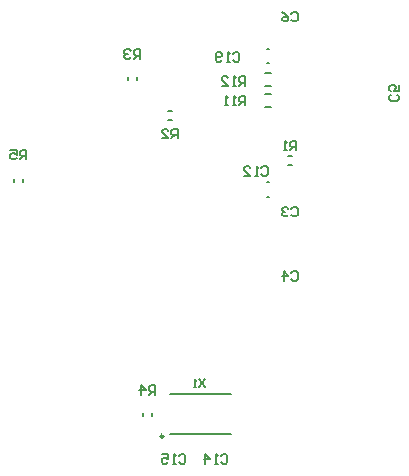
<source format=gbo>
G04 Layer_Color=32896*
%FSAX44Y44*%
%MOMM*%
G71*
G01*
G75*
%ADD17C,0.2000*%
%ADD43C,0.2500*%
%ADD45C,0.1270*%
D17*
X00526450Y00710420D02*
X00578450D01*
X00526450Y00676420D02*
X00578450D01*
X00607100Y00971130D02*
X00612100D01*
X00607100Y00982130D02*
X00612100D01*
X00607100Y00953350D02*
X00612100D01*
X00607100Y00964350D02*
X00612100D01*
X00395030Y00890040D02*
Y00893040D01*
X00402530Y00890040D02*
Y00893040D01*
X00511750Y00691920D02*
Y00694920D01*
X00504250Y00691920D02*
Y00694920D01*
X00499050Y00976400D02*
Y00979400D01*
X00491550Y00976400D02*
Y00979400D01*
X00525550Y00949900D02*
X00528550D01*
X00525550Y00942400D02*
X00528550D01*
X00627150Y00911800D02*
X00630150D01*
X00627150Y00904300D02*
X00630150D01*
X00608600Y01003200D02*
X00610600D01*
X00608600Y00990700D02*
X00610600D01*
X00608600Y00890170D02*
X00610600D01*
X00608600Y00877670D02*
X00610600D01*
D43*
X00521200Y00674920D02*
G03*
X00521200Y00674920I-00001250J00000000D01*
G01*
D45*
X00556260Y00723278D02*
X00551595Y00716280D01*
Y00723278D02*
X00556260Y00716280D01*
X00549262D02*
X00546930D01*
X00548096D01*
Y00723278D01*
X00549262Y00722112D01*
X00590550Y00971550D02*
Y00979547D01*
X00586551D01*
X00585218Y00978214D01*
Y00975549D01*
X00586551Y00974216D01*
X00590550D01*
X00587884D02*
X00585218Y00971550D01*
X00582553D02*
X00579887D01*
X00581220D01*
Y00979547D01*
X00582553Y00978214D01*
X00570556Y00971550D02*
X00575888D01*
X00570556Y00976882D01*
Y00978214D01*
X00571889Y00979547D01*
X00574555D01*
X00575888Y00978214D01*
X00590550Y00955040D02*
Y00963037D01*
X00586551D01*
X00585218Y00961704D01*
Y00959039D01*
X00586551Y00957706D01*
X00590550D01*
X00587884D02*
X00585218Y00955040D01*
X00582553D02*
X00579887D01*
X00581220D01*
Y00963037D01*
X00582553Y00961704D01*
X00575888Y00955040D02*
X00573222D01*
X00574555D01*
Y00963037D01*
X00575888Y00961704D01*
X00405130Y00909320D02*
Y00917317D01*
X00401131D01*
X00399798Y00915984D01*
Y00913319D01*
X00401131Y00911986D01*
X00405130D01*
X00402464D02*
X00399798Y00909320D01*
X00391801Y00917317D02*
X00397133D01*
Y00913319D01*
X00394467Y00914652D01*
X00393134D01*
X00391801Y00913319D01*
Y00910653D01*
X00393134Y00909320D01*
X00395800D01*
X00397133Y00910653D01*
X00514350Y00709930D02*
Y00717927D01*
X00510351D01*
X00509018Y00716594D01*
Y00713929D01*
X00510351Y00712596D01*
X00514350D01*
X00511684D02*
X00509018Y00709930D01*
X00502354D02*
Y00717927D01*
X00506353Y00713929D01*
X00501021D01*
X00501650Y00994410D02*
Y01002407D01*
X00497651D01*
X00496318Y01001075D01*
Y00998409D01*
X00497651Y00997076D01*
X00501650D01*
X00498984D02*
X00496318Y00994410D01*
X00493653Y01001075D02*
X00492320Y01002407D01*
X00489654D01*
X00488321Y01001075D01*
Y00999742D01*
X00489654Y00998409D01*
X00490987D01*
X00489654D01*
X00488321Y00997076D01*
Y00995743D01*
X00489654Y00994410D01*
X00492320D01*
X00493653Y00995743D01*
X00533400Y00927100D02*
Y00935097D01*
X00529401D01*
X00528068Y00933764D01*
Y00931099D01*
X00529401Y00929766D01*
X00533400D01*
X00530734D02*
X00528068Y00927100D01*
X00520071D02*
X00525403D01*
X00520071Y00932432D01*
Y00933764D01*
X00521404Y00935097D01*
X00524070D01*
X00525403Y00933764D01*
X00633730Y00916940D02*
Y00924937D01*
X00629731D01*
X00628398Y00923605D01*
Y00920939D01*
X00629731Y00919606D01*
X00633730D01*
X00631064D02*
X00628398Y00916940D01*
X00625733D02*
X00623067D01*
X00624400D01*
Y00924937D01*
X00625733Y00923605D01*
X00580138Y00998534D02*
X00581471Y00999867D01*
X00584137D01*
X00585470Y00998534D01*
Y00993203D01*
X00584137Y00991870D01*
X00581471D01*
X00580138Y00993203D01*
X00577473Y00991870D02*
X00574807D01*
X00576140D01*
Y00999867D01*
X00577473Y00998534D01*
X00570808Y00993203D02*
X00569475Y00991870D01*
X00566809D01*
X00565476Y00993203D01*
Y00998534D01*
X00566809Y00999867D01*
X00569475D01*
X00570808Y00998534D01*
Y00997202D01*
X00569475Y00995869D01*
X00565476D01*
X00534418Y00658175D02*
X00535751Y00659507D01*
X00538417D01*
X00539750Y00658175D01*
Y00652843D01*
X00538417Y00651510D01*
X00535751D01*
X00534418Y00652843D01*
X00531753Y00651510D02*
X00529087D01*
X00530420D01*
Y00659507D01*
X00531753Y00658175D01*
X00519756Y00659507D02*
X00525088D01*
Y00655509D01*
X00522422Y00656842D01*
X00521089D01*
X00519756Y00655509D01*
Y00652843D01*
X00521089Y00651510D01*
X00523755D01*
X00525088Y00652843D01*
X00569978Y00658175D02*
X00571311Y00659507D01*
X00573977D01*
X00575310Y00658175D01*
Y00652843D01*
X00573977Y00651510D01*
X00571311D01*
X00569978Y00652843D01*
X00567313Y00651510D02*
X00564647D01*
X00565980D01*
Y00659507D01*
X00567313Y00658175D01*
X00556649Y00651510D02*
Y00659507D01*
X00560648Y00655509D01*
X00555316D01*
X00604268Y00902014D02*
X00605601Y00903347D01*
X00608267D01*
X00609600Y00902014D01*
Y00896683D01*
X00608267Y00895350D01*
X00605601D01*
X00604268Y00896683D01*
X00601603Y00895350D02*
X00598937D01*
X00600270D01*
Y00903347D01*
X00601603Y00902014D01*
X00589606Y00895350D02*
X00594938D01*
X00589606Y00900682D01*
Y00902014D01*
X00590939Y00903347D01*
X00593605D01*
X00594938Y00902014D01*
X00629668Y01032824D02*
X00631001Y01034157D01*
X00633667D01*
X00635000Y01032824D01*
Y01027493D01*
X00633667Y01026160D01*
X00631001D01*
X00629668Y01027493D01*
X00621671Y01034157D02*
X00624337Y01032824D01*
X00627003Y01030159D01*
Y01027493D01*
X00625670Y01026160D01*
X00623004D01*
X00621671Y01027493D01*
Y01028826D01*
X00623004Y01030159D01*
X00627003D01*
X00719135Y00964182D02*
X00720467Y00962849D01*
Y00960183D01*
X00719135Y00958850D01*
X00713803D01*
X00712470Y00960183D01*
Y00962849D01*
X00713803Y00964182D01*
X00720467Y00972179D02*
Y00966847D01*
X00716469D01*
X00717802Y00969513D01*
Y00970846D01*
X00716469Y00972179D01*
X00713803D01*
X00712470Y00970846D01*
Y00968180D01*
X00713803Y00966847D01*
X00629668Y00813114D02*
X00631001Y00814447D01*
X00633667D01*
X00635000Y00813114D01*
Y00807783D01*
X00633667Y00806450D01*
X00631001D01*
X00629668Y00807783D01*
X00623004Y00806450D02*
Y00814447D01*
X00627003Y00810449D01*
X00621671D01*
X00629668Y00867725D02*
X00631001Y00869057D01*
X00633667D01*
X00635000Y00867725D01*
Y00862393D01*
X00633667Y00861060D01*
X00631001D01*
X00629668Y00862393D01*
X00627003Y00867725D02*
X00625670Y00869057D01*
X00623004D01*
X00621671Y00867725D01*
Y00866392D01*
X00623004Y00865059D01*
X00624337D01*
X00623004D01*
X00621671Y00863726D01*
Y00862393D01*
X00623004Y00861060D01*
X00625670D01*
X00627003Y00862393D01*
M02*

</source>
